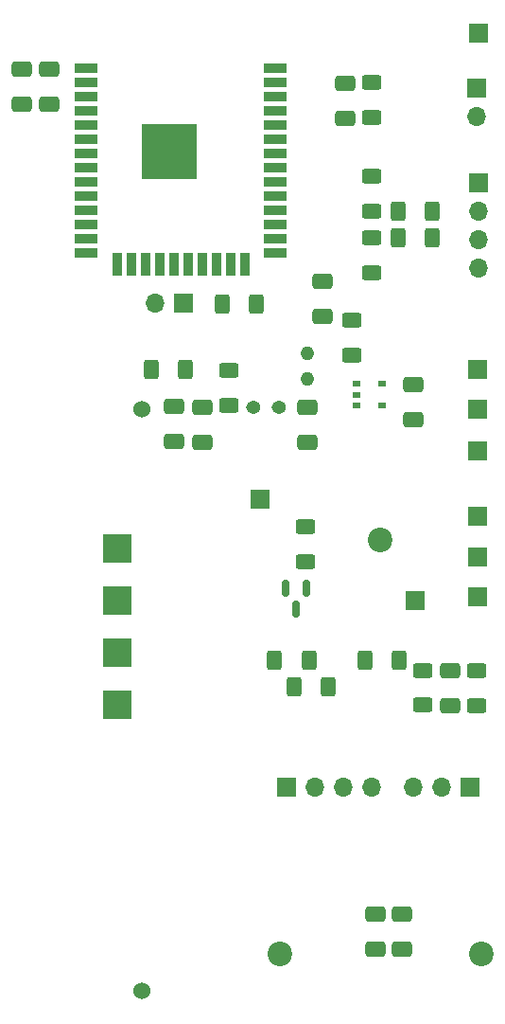
<source format=gbr>
%TF.GenerationSoftware,KiCad,Pcbnew,6.0.0-d3dd2cf0fa~116~ubuntu20.04.1*%
%TF.CreationDate,2022-02-22T07:52:51+01:00*%
%TF.ProjectId,ESP32_BAT,45535033-325f-4424-9154-2e6b69636164,rev?*%
%TF.SameCoordinates,Original*%
%TF.FileFunction,Soldermask,Top*%
%TF.FilePolarity,Negative*%
%FSLAX46Y46*%
G04 Gerber Fmt 4.6, Leading zero omitted, Abs format (unit mm)*
G04 Created by KiCad (PCBNEW 6.0.0-d3dd2cf0fa~116~ubuntu20.04.1) date 2022-02-22 07:52:51*
%MOMM*%
%LPD*%
G01*
G04 APERTURE LIST*
G04 Aperture macros list*
%AMRoundRect*
0 Rectangle with rounded corners*
0 $1 Rounding radius*
0 $2 $3 $4 $5 $6 $7 $8 $9 X,Y pos of 4 corners*
0 Add a 4 corners polygon primitive as box body*
4,1,4,$2,$3,$4,$5,$6,$7,$8,$9,$2,$3,0*
0 Add four circle primitives for the rounded corners*
1,1,$1+$1,$2,$3*
1,1,$1+$1,$4,$5*
1,1,$1+$1,$6,$7*
1,1,$1+$1,$8,$9*
0 Add four rect primitives between the rounded corners*
20,1,$1+$1,$2,$3,$4,$5,0*
20,1,$1+$1,$4,$5,$6,$7,0*
20,1,$1+$1,$6,$7,$8,$9,0*
20,1,$1+$1,$8,$9,$2,$3,0*%
G04 Aperture macros list end*
%ADD10RoundRect,0.250000X-0.400000X-0.625000X0.400000X-0.625000X0.400000X0.625000X-0.400000X0.625000X0*%
%ADD11R,5.000000X5.000000*%
%ADD12R,2.000000X0.900000*%
%ADD13R,0.900000X2.000000*%
%ADD14R,1.700000X1.700000*%
%ADD15O,1.700000X1.700000*%
%ADD16RoundRect,0.250000X-0.650000X0.412500X-0.650000X-0.412500X0.650000X-0.412500X0.650000X0.412500X0*%
%ADD17C,2.200000*%
%ADD18RoundRect,0.250000X0.625000X-0.400000X0.625000X0.400000X-0.625000X0.400000X-0.625000X-0.400000X0*%
%ADD19RoundRect,0.250000X0.400000X0.625000X-0.400000X0.625000X-0.400000X-0.625000X0.400000X-0.625000X0*%
%ADD20RoundRect,0.250000X0.650000X-0.412500X0.650000X0.412500X-0.650000X0.412500X-0.650000X-0.412500X0*%
%ADD21RoundRect,0.250000X-0.625000X0.400000X-0.625000X-0.400000X0.625000X-0.400000X0.625000X0.400000X0*%
%ADD22C,1.524000*%
%ADD23O,1.200000X1.300000*%
%ADD24O,1.300000X1.200000*%
%ADD25RoundRect,0.150000X-0.150000X0.587500X-0.150000X-0.587500X0.150000X-0.587500X0.150000X0.587500X0*%
%ADD26R,0.700000X0.510000*%
%ADD27R,2.500000X2.500000*%
G04 APERTURE END LIST*
D10*
%TO.C,R13*%
X63400000Y-61500000D03*
X66500000Y-61500000D03*
%TD*%
D11*
%TO.C,U1*%
X58700000Y-47895000D03*
D12*
X51200000Y-40395000D03*
X51200000Y-41665000D03*
X51200000Y-42935000D03*
X51200000Y-44205000D03*
X51200000Y-45475000D03*
X51200000Y-46745000D03*
X51200000Y-48015000D03*
X51200000Y-49285000D03*
X51200000Y-50555000D03*
X51200000Y-51825000D03*
X51200000Y-53095000D03*
X51200000Y-54365000D03*
X51200000Y-55635000D03*
X51200000Y-56905000D03*
D13*
X53985000Y-57905000D03*
X55255000Y-57905000D03*
X56525000Y-57905000D03*
X57795000Y-57905000D03*
X59065000Y-57905000D03*
X60335000Y-57905000D03*
X61605000Y-57905000D03*
X62875000Y-57905000D03*
X64145000Y-57905000D03*
X65415000Y-57905000D03*
D12*
X68200000Y-56905000D03*
X68200000Y-55635000D03*
X68200000Y-54365000D03*
X68200000Y-53095000D03*
X68200000Y-51825000D03*
X68200000Y-50555000D03*
X68200000Y-49285000D03*
X68200000Y-48015000D03*
X68200000Y-46745000D03*
X68200000Y-45475000D03*
X68200000Y-44205000D03*
X68200000Y-42935000D03*
X68200000Y-41665000D03*
X68200000Y-40395000D03*
%TD*%
D14*
%TO.C,J4*%
X59975000Y-61400000D03*
D15*
X57435000Y-61400000D03*
%TD*%
D16*
%TO.C,C11*%
X83800000Y-94267500D03*
X83800000Y-97392500D03*
%TD*%
D17*
%TO.C,H1*%
X86600000Y-119600000D03*
%TD*%
D18*
%TO.C,R7*%
X76800000Y-44820000D03*
X76800000Y-41720000D03*
%TD*%
D14*
%TO.C,TP1*%
X66800000Y-78900000D03*
%TD*%
D19*
%TO.C,R10*%
X60150000Y-67300000D03*
X57050000Y-67300000D03*
%TD*%
%TO.C,R2*%
X71170000Y-93300000D03*
X68070000Y-93300000D03*
%TD*%
D14*
%TO.C,TP4*%
X86400000Y-37300000D03*
%TD*%
%TO.C,TP3*%
X86300000Y-87700000D03*
%TD*%
D10*
%TO.C,R5*%
X76170000Y-93300000D03*
X79270000Y-93300000D03*
%TD*%
D14*
%TO.C,TP7*%
X86300000Y-74600000D03*
%TD*%
D16*
%TO.C,C5*%
X59100000Y-70675000D03*
X59100000Y-73800000D03*
%TD*%
D14*
%TO.C,J3*%
X85600000Y-104700000D03*
D15*
X83060000Y-104700000D03*
X80520000Y-104700000D03*
%TD*%
D14*
%TO.C,TP12*%
X80700000Y-88000000D03*
%TD*%
D20*
%TO.C,C4*%
X72400000Y-62562500D03*
X72400000Y-59437500D03*
%TD*%
%TO.C,C1*%
X74400000Y-44862500D03*
X74400000Y-41737500D03*
%TD*%
D16*
%TO.C,C3*%
X45500000Y-40537500D03*
X45500000Y-43662500D03*
%TD*%
D21*
%TO.C,R8*%
X75000000Y-62950000D03*
X75000000Y-66050000D03*
%TD*%
D17*
%TO.C,H2*%
X68600000Y-119600000D03*
%TD*%
D16*
%TO.C,C8*%
X80500000Y-68675000D03*
X80500000Y-71800000D03*
%TD*%
%TO.C,C6*%
X61600000Y-70700000D03*
X61600000Y-73825000D03*
%TD*%
D22*
%TO.C,BT1*%
X56254000Y-70900000D03*
X56254000Y-122900000D03*
%TD*%
D23*
%TO.C,D2*%
X71000000Y-68200000D03*
X71000000Y-65900000D03*
%TD*%
D17*
%TO.C,H3*%
X77600000Y-82600000D03*
%TD*%
D21*
%TO.C,R9*%
X64000000Y-67450000D03*
X64000000Y-70550000D03*
%TD*%
%TO.C,R6*%
X76800000Y-50100000D03*
X76800000Y-53200000D03*
%TD*%
D18*
%TO.C,R3*%
X76800000Y-58700000D03*
X76800000Y-55600000D03*
%TD*%
D24*
%TO.C,D1*%
X68500000Y-70700000D03*
X66200000Y-70700000D03*
%TD*%
D25*
%TO.C,Q1*%
X70950000Y-86862500D03*
X69050000Y-86862500D03*
X70000000Y-88737500D03*
%TD*%
D19*
%TO.C,R4*%
X82250000Y-53200000D03*
X79150000Y-53200000D03*
%TD*%
D14*
%TO.C,J1*%
X86400000Y-50700000D03*
D15*
X86400000Y-53240000D03*
X86400000Y-55780000D03*
X86400000Y-58320000D03*
%TD*%
D20*
%TO.C,C9*%
X79500000Y-119162500D03*
X79500000Y-116037500D03*
%TD*%
D26*
%TO.C,U2*%
X75440000Y-68650000D03*
X75440000Y-69600000D03*
X75440000Y-70550000D03*
X77760000Y-70550000D03*
X77760000Y-68650000D03*
%TD*%
D27*
%TO.C,TP8*%
X54000000Y-92650000D03*
%TD*%
D14*
%TO.C,TP6*%
X86300000Y-70900000D03*
%TD*%
%TO.C,TP5*%
X86300000Y-67300000D03*
%TD*%
D20*
%TO.C,C10*%
X77100000Y-119162500D03*
X77100000Y-116037500D03*
%TD*%
D27*
%TO.C,TP10*%
X54000000Y-88000000D03*
%TD*%
D18*
%TO.C,R11*%
X70900000Y-84500000D03*
X70900000Y-81400000D03*
%TD*%
D14*
%TO.C,TP13*%
X86300000Y-80500000D03*
%TD*%
%TO.C,TP2*%
X86300000Y-84100000D03*
%TD*%
D16*
%TO.C,C2*%
X47900000Y-40537500D03*
X47900000Y-43662500D03*
%TD*%
D21*
%TO.C,R14*%
X81400000Y-94250000D03*
X81400000Y-97350000D03*
%TD*%
D16*
%TO.C,C7*%
X71000000Y-70737500D03*
X71000000Y-73862500D03*
%TD*%
D19*
%TO.C,R1*%
X82250000Y-55600000D03*
X79150000Y-55600000D03*
%TD*%
D27*
%TO.C,TP11*%
X54000000Y-97300000D03*
%TD*%
D14*
%TO.C,J2*%
X86200000Y-42200000D03*
D15*
X86200000Y-44740000D03*
%TD*%
D27*
%TO.C,TP9*%
X54000000Y-83350000D03*
%TD*%
D18*
%TO.C,R15*%
X86200000Y-97400000D03*
X86200000Y-94300000D03*
%TD*%
D19*
%TO.C,R12*%
X72920000Y-95700000D03*
X69820000Y-95700000D03*
%TD*%
D14*
%TO.C,U3*%
X69160000Y-104700000D03*
D15*
X71700000Y-104700000D03*
X74240000Y-104700000D03*
X76780000Y-104700000D03*
%TD*%
M02*

</source>
